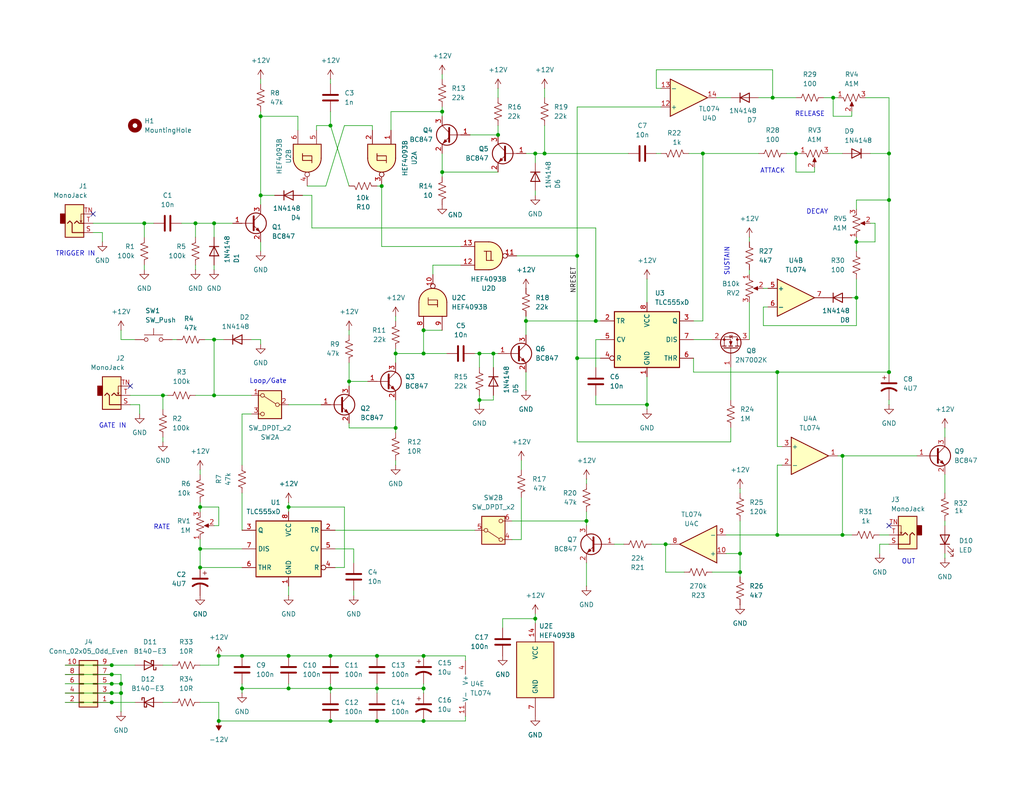
<source format=kicad_sch>
(kicad_sch (version 20250114) (generator "eeschema") (generator_version "9.0")
  (paper "USLetter")
  (title_block (title "ADSR EG") (date "2025-11-16") (rev "2.0") (company "idyllm") (comment 1 "CC BY-SA 4.0") (comment 3 "Yves Usson, Kausstronics, Jonathan Jacky") (comment 4 "References: Rene Schmitz, Moritz Klein, Eddy Bergman, "))
  (text "OUT" (at 247.904 153.416 0) (effects (font (size 1.27 1.27))))
  (text "Loop/Gate" (at 73.152 104.14 0) (effects (font (size 1.27 1.27))))
  (text "ATTACK" (at 210.82 46.736 0) (effects (font (size 1.27 1.27))))
  (text "GATE IN" (at 30.734 116.332 0) (effects (font (size 1.27 1.27))))
  (text "RELEASE" (at 220.98 31.242 0) (effects (font (size 1.27 1.27))))
  (text "RATE" (at 44.196 144.018 0) (effects (font (size 1.27 1.27))))
  (text "SUSTAIN" (at 198.374 71.374 90) (effects (font (size 1.27 1.27))))
  (text "TRIGGER IN" (at 20.574 69.342 0) (effects (font (size 1.27 1.27))))
  (text "DECAY" (at 223.012 57.912 0) (effects (font (size 1.27 1.27))))
  (junction (at 30.48 186.69))
  (junction (at 120.65 46.99))
  (junction (at 54.61 154.94))
  (junction (at 30.48 191.77))
  (junction (at 78.74 187.96))
  (junction (at 120.65 30.48))
  (junction (at 90.17 34.29))
  (junction (at 107.95 116.84))
  (junction (at 30.48 189.23))
  (junction (at 130.81 109.22))
  (junction (at 115.57 96.52))
  (junction (at 191.77 41.91))
  (junction (at 217.17 41.91))
  (junction (at 78.74 138.43))
  (junction (at 30.48 181.61))
  (junction (at 233.68 81.28))
  (junction (at 176.53 110.49))
  (junction (at 233.68 66.04))
  (junction (at 181.61 148.59))
  (junction (at 115.57 187.96))
  (junction (at 102.87 179.07))
  (junction (at 201.93 156.21))
  (junction (at 242.57 54.61))
  (junction (at 227.33 26.67))
  (junction (at 104.14 50.8))
  (junction (at 59.69 179.07))
  (junction (at 53.34 60.96))
  (junction (at 229.87 146.05))
  (junction (at 78.74 179.07))
  (junction (at 212.09 146.05))
  (junction (at 157.48 69.85))
  (junction (at 130.81 96.52))
  (junction (at 58.42 107.95))
  (junction (at 160.02 142.24))
  (junction (at 54.61 138.43))
  (junction (at 134.62 96.52))
  (junction (at 30.48 184.15))
  (junction (at 66.04 179.07))
  (junction (at 90.17 179.07))
  (junction (at 115.57 90.17))
  (junction (at 71.12 31.75))
  (junction (at 39.37 60.96))
  (junction (at 44.45 107.95))
  (junction (at 95.25 104.14))
  (junction (at 143.51 87.63))
  (junction (at 135.89 36.83))
  (junction (at 242.57 41.91))
  (junction (at 58.42 60.96))
  (junction (at 115.57 196.85))
  (junction (at 229.87 124.46))
  (junction (at 71.12 53.34))
  (junction (at 102.87 187.96))
  (junction (at 162.56 87.63))
  (junction (at 90.17 187.96))
  (junction (at 201.93 151.13))
  (junction (at 148.59 41.91))
  (junction (at 146.05 41.91))
  (junction (at 242.57 101.6))
  (junction (at 90.17 196.85))
  (junction (at 157.48 97.79))
  (junction (at 54.61 149.86))
  (junction (at 210.82 26.67))
  (junction (at 33.02 186.69))
  (junction (at 107.95 96.52))
  (junction (at 58.42 92.71))
  (junction (at 212.09 101.6))
  (junction (at 146.05 168.91))
  (junction (at 59.69 196.85))
  (junction (at 102.87 196.85))
  (junction (at 115.57 179.07))
  (junction (at 33.02 189.23))
  (junction (at 66.04 187.96))
  (no_connect (at 242.57 143.51))
  (no_connect (at 25.4 58.42))
  (no_connect (at 35.56 105.41))
  (wire (pts (xy 142.24 125.73) (xy 142.24 128.27)))
  (wire (pts (xy 204.47 82.55) (xy 204.47 92.71)))
  (wire (pts (xy 95.25 90.17) (xy 95.25 91.44)))
  (wire (pts (xy 35.56 107.95) (xy 44.45 107.95)))
  (wire (pts (xy 201.93 151.13) (xy 198.12 151.13)))
  (wire (pts (xy 233.68 68.58) (xy 233.68 66.04)))
  (wire (pts (xy 33.02 189.23) (xy 33.02 186.69)))
  (wire (pts (xy 71.12 66.04) (xy 71.12 68.58)))
  (wire (pts (xy 44.45 120.65) (xy 44.45 119.38)))
  (wire (pts (xy 59.69 181.61) (xy 54.61 181.61)))
  (wire (pts (xy 146.05 167.64) (xy 146.05 168.91)))
  (wire (pts (xy 71.12 92.71) (xy 71.12 93.98)))
  (wire (pts (xy 54.61 138.43) (xy 54.61 139.7)))
  (wire (pts (xy 238.76 60.96) (xy 238.76 66.04)))
  (wire (pts (xy 33.02 92.71) (xy 36.83 92.71)))
  (wire (pts (xy 242.57 41.91) (xy 242.57 54.61)))
  (wire (pts (xy 189.23 101.6) (xy 212.09 101.6)))
  (wire (pts (xy 148.59 41.91) (xy 171.45 41.91)))
  (wire (pts (xy 115.57 179.07) (xy 127 179.07)))
  (wire (pts (xy 44.45 107.95) (xy 45.72 107.95)))
  (wire (pts (xy 199.39 100.33) (xy 199.39 109.22)))
  (wire (pts (xy 201.93 156.21) (xy 194.31 156.21)))
  (wire (pts (xy 58.42 92.71) (xy 55.88 92.71)))
  (wire (pts (xy 95.25 50.8) (xy 90.17 34.29)))
  (wire (pts (xy 107.95 118.11) (xy 107.95 116.84)))
  (wire (pts (xy 160.02 160.02) (xy 160.02 153.67)))
  (wire (pts (xy 120.65 30.48) (xy 120.65 31.75)))
  (wire (pts (xy 27.94 66.04) (xy 27.94 63.5)))
  (wire (pts (xy 127 180.34) (xy 127 179.07)))
  (wire (pts (xy 207.01 26.67) (xy 210.82 26.67)))
  (wire (pts (xy 46.99 181.61) (xy 44.45 181.61)))
  (wire (pts (xy 134.62 96.52) (xy 135.89 96.52)))
  (wire (pts (xy 85.09 53.34) (xy 82.55 53.34)))
  (wire (pts (xy 101.6 35.56) (xy 101.6 34.29)))
  (wire (pts (xy 107.95 96.52) (xy 115.57 96.52)))
  (wire (pts (xy 93.98 34.29) (xy 88.9 50.8)))
  (wire (pts (xy 213.36 127) (xy 212.09 127)))
  (wire (pts (xy 191.77 41.91) (xy 207.01 41.91)))
  (wire (pts (xy 120.65 29.21) (xy 120.65 30.48)))
  (wire (pts (xy 120.65 20.32) (xy 120.65 21.59)))
  (wire (pts (xy 78.74 187.96) (xy 90.17 187.96)))
  (wire (pts (xy 217.17 46.99) (xy 217.17 41.91)))
  (wire (pts (xy 134.62 109.22) (xy 130.81 109.22)))
  (wire (pts (xy 210.82 26.67) (xy 210.82 19.05)))
  (wire (pts (xy 44.45 107.95) (xy 44.45 111.76)))
  (wire (pts (xy 90.17 187.96) (xy 90.17 189.23)))
  (wire (pts (xy 66.04 186.69) (xy 66.04 187.96)))
  (wire (pts (xy 102.87 186.69) (xy 102.87 187.96)))
  (wire (pts (xy 86.36 34.29) (xy 90.17 34.29)))
  (wire (pts (xy 187.96 41.91) (xy 191.77 41.91)))
  (wire (pts (xy 33.02 184.15) (xy 30.48 184.15)))
  (wire (pts (xy 95.25 99.06) (xy 95.25 104.14)))
  (wire (pts (xy 71.12 21.59) (xy 71.12 22.86)))
  (wire (pts (xy 204.47 64.77) (xy 204.47 66.04)))
  (wire (pts (xy 198.12 146.05) (xy 212.09 146.05)))
  (wire (pts (xy 189.23 87.63) (xy 191.77 87.63)))
  (wire (pts (xy 163.83 97.79) (xy 157.48 97.79)))
  (wire (pts (xy 157.48 69.85) (xy 157.48 97.79)))
  (wire (pts (xy 120.65 46.99) (xy 135.89 46.99)))
  (wire (pts (xy 17.78 191.77) (xy 30.48 191.77)))
  (wire (pts (xy 227.33 26.67) (xy 224.79 26.67)))
  (wire (pts (xy 104.14 50.8) (xy 104.14 67.31)))
  (wire (pts (xy 257.81 116.84) (xy 257.81 119.38)))
  (wire (pts (xy 135.89 24.13) (xy 135.89 26.67)))
  (wire (pts (xy 66.04 134.62) (xy 66.04 144.78)))
  (wire (pts (xy 143.51 87.63) (xy 162.56 87.63)))
  (wire (pts (xy 162.56 62.23) (xy 85.09 62.23)))
  (wire (pts (xy 78.74 186.69) (xy 78.74 187.96)))
  (wire (pts (xy 58.42 73.66) (xy 58.42 72.39)))
  (wire (pts (xy 59.69 191.77) (xy 59.69 196.85)))
  (wire (pts (xy 217.17 41.91) (xy 218.44 41.91)))
  (wire (pts (xy 102.87 179.07) (xy 115.57 179.07)))
  (wire (pts (xy 49.53 60.96) (xy 53.34 60.96)))
  (wire (pts (xy 90.17 187.96) (xy 102.87 187.96)))
  (wire (pts (xy 228.6 124.46) (xy 229.87 124.46)))
  (wire (pts (xy 232.41 81.28) (xy 233.68 81.28)))
  (wire (pts (xy 160.02 139.7) (xy 160.02 142.24)))
  (wire (pts (xy 90.17 186.69) (xy 90.17 187.96)))
  (wire (pts (xy 233.68 66.04) (xy 233.68 64.77)))
  (wire (pts (xy 54.61 128.27) (xy 54.61 129.54)))
  (wire (pts (xy 107.95 96.52) (xy 107.95 99.06)))
  (wire (pts (xy 58.42 92.71) (xy 58.42 107.95)))
  (wire (pts (xy 181.61 156.21) (xy 181.61 148.59)))
  (wire (pts (xy 233.68 54.61) (xy 233.68 57.15)))
  (wire (pts (xy 208.28 83.82) (xy 208.28 88.9)))
  (wire (pts (xy 130.81 96.52) (xy 130.81 100.33)))
  (wire (pts (xy 257.81 129.54) (xy 257.81 134.62)))
  (wire (pts (xy 250.19 124.46) (xy 229.87 124.46)))
  (wire (pts (xy 120.65 41.91) (xy 120.65 46.99)))
  (wire (pts (xy 240.03 146.05) (xy 242.57 146.05)))
  (wire (pts (xy 143.51 41.91) (xy 146.05 41.91)))
  (wire (pts (xy 91.44 154.94) (xy 93.98 154.94)))
  (wire (pts (xy 257.81 151.13) (xy 257.81 152.4)))
  (wire (pts (xy 143.51 106.68) (xy 143.51 101.6)))
  (wire (pts (xy 212.09 101.6) (xy 212.09 121.92)))
  (wire (pts (xy 39.37 60.96) (xy 41.91 60.96)))
  (wire (pts (xy 228.6 26.67) (xy 227.33 26.67)))
  (wire (pts (xy 134.62 96.52) (xy 134.62 100.33)))
  (wire (pts (xy 53.34 60.96) (xy 53.34 64.77)))
  (wire (pts (xy 142.24 147.32) (xy 139.7 147.32)))
  (wire (pts (xy 179.07 19.05) (xy 179.07 24.13)))
  (wire (pts (xy 146.05 168.91) (xy 137.16 168.91)))
  (wire (pts (xy 17.78 184.15) (xy 30.48 184.15)))
  (wire (pts (xy 201.93 151.13) (xy 201.93 156.21)))
  (wire (pts (xy 81.28 31.75) (xy 71.12 31.75)))
  (wire (pts (xy 53.34 73.66) (xy 53.34 72.39)))
  (wire (pts (xy 90.17 179.07) (xy 102.87 179.07)))
  (wire (pts (xy 78.74 138.43) (xy 78.74 139.7)))
  (wire (pts (xy 17.78 181.61) (xy 30.48 181.61)))
  (wire (pts (xy 66.04 127) (xy 66.04 113.03)))
  (wire (pts (xy 226.06 41.91) (xy 229.87 41.91)))
  (wire (pts (xy 54.61 191.77) (xy 59.69 191.77)))
  (wire (pts (xy 102.87 187.96) (xy 115.57 187.96)))
  (wire (pts (xy 210.82 26.67) (xy 217.17 26.67)))
  (wire (pts (xy 189.23 92.71) (xy 194.31 92.71)))
  (wire (pts (xy 95.25 115.57) (xy 95.25 116.84)))
  (wire (pts (xy 90.17 196.85) (xy 102.87 196.85)))
  (wire (pts (xy 232.41 30.48) (xy 232.41 31.75)))
  (wire (pts (xy 137.16 168.91) (xy 137.16 171.45)))
  (wire (pts (xy 160.02 130.81) (xy 160.02 132.08)))
  (wire (pts (xy 118.11 72.39) (xy 125.73 72.39)))
  (wire (pts (xy 86.36 35.56) (xy 86.36 34.29)))
  (wire (pts (xy 107.95 127) (xy 107.95 125.73)))
  (wire (pts (xy 208.28 88.9) (xy 233.68 88.9)))
  (wire (pts (xy 143.51 86.36) (xy 143.51 87.63)))
  (wire (pts (xy 91.44 144.78) (xy 129.54 144.78)))
  (wire (pts (xy 58.42 143.51) (xy 59.69 143.51)))
  (wire (pts (xy 107.95 109.22) (xy 107.95 116.84)))
  (wire (pts (xy 78.74 137.16) (xy 78.74 138.43)))
  (wire (pts (xy 179.07 24.13) (xy 180.34 24.13)))
  (wire (pts (xy 30.48 191.77) (xy 36.83 191.77)))
  (wire (pts (xy 88.9 50.8) (xy 83.82 50.8)))
  (wire (pts (xy 102.87 196.85) (xy 115.57 196.85)))
  (wire (pts (xy 17.78 189.23) (xy 30.48 189.23)))
  (wire (pts (xy 38.1 110.49) (xy 35.56 110.49)))
  (wire (pts (xy 90.17 21.59) (xy 90.17 22.86)))
  (wire (pts (xy 176.53 76.2) (xy 176.53 82.55)))
  (wire (pts (xy 232.41 146.05) (xy 229.87 146.05)))
  (wire (pts (xy 59.69 138.43) (xy 54.61 138.43)))
  (wire (pts (xy 93.98 154.94) (xy 93.98 138.43)))
  (wire (pts (xy 33.02 186.69) (xy 33.02 184.15)))
  (wire (pts (xy 195.58 26.67) (xy 199.39 26.67)))
  (wire (pts (xy 186.69 156.21) (xy 181.61 156.21)))
  (wire (pts (xy 212.09 101.6) (xy 242.57 101.6)))
  (wire (pts (xy 115.57 196.85) (xy 127 196.85)))
  (wire (pts (xy 242.57 109.22) (xy 242.57 110.49)))
  (wire (pts (xy 130.81 107.95) (xy 130.81 109.22)))
  (wire (pts (xy 227.33 31.75) (xy 227.33 26.67)))
  (wire (pts (xy 212.09 146.05) (xy 229.87 146.05)))
  (wire (pts (xy 96.52 149.86) (xy 91.44 149.86)))
  (wire (pts (xy 222.25 45.72) (xy 222.25 46.99)))
  (wire (pts (xy 33.02 194.31) (xy 33.02 189.23)))
  (wire (pts (xy 237.49 41.91) (xy 242.57 41.91)))
  (wire (pts (xy 66.04 154.94) (xy 54.61 154.94)))
  (wire (pts (xy 162.56 87.63) (xy 162.56 62.23)))
  (wire (pts (xy 95.25 104.14) (xy 95.25 105.41)))
  (wire (pts (xy 160.02 142.24) (xy 160.02 143.51)))
  (wire (pts (xy 54.61 147.32) (xy 54.61 149.86)))
  (wire (pts (xy 130.81 96.52) (xy 134.62 96.52)))
  (wire (pts (xy 157.48 29.21) (xy 180.34 29.21)))
  (wire (pts (xy 101.6 34.29) (xy 93.98 34.29)))
  (wire (pts (xy 66.04 179.07) (xy 78.74 179.07)))
  (wire (pts (xy 142.24 135.89) (xy 142.24 147.32)))
  (wire (pts (xy 39.37 73.66) (xy 39.37 72.39)))
  (wire (pts (xy 30.48 186.69) (xy 33.02 186.69)))
  (wire (pts (xy 199.39 120.65) (xy 199.39 116.84)))
  (wire (pts (xy 66.04 187.96) (xy 66.04 189.23)))
  (wire (pts (xy 58.42 107.95) (xy 68.58 107.95)))
  (wire (pts (xy 162.56 92.71) (xy 163.83 92.71)))
  (wire (pts (xy 30.48 189.23) (xy 33.02 189.23)))
  (wire (pts (xy 157.48 120.65) (xy 199.39 120.65)))
  (wire (pts (xy 36.83 181.61) (xy 30.48 181.61)))
  (wire (pts (xy 201.93 133.35) (xy 201.93 134.62)))
  (wire (pts (xy 95.25 116.84) (xy 107.95 116.84)))
  (wire (pts (xy 66.04 113.03) (xy 68.58 113.03)))
  (wire (pts (xy 17.78 186.69) (xy 30.48 186.69)))
  (wire (pts (xy 148.59 34.29) (xy 148.59 41.91)))
  (wire (pts (xy 93.98 138.43) (xy 78.74 138.43)))
  (wire (pts (xy 39.37 60.96) (xy 39.37 64.77)))
  (wire (pts (xy 162.56 107.95) (xy 162.56 110.49)))
  (wire (pts (xy 33.02 90.17) (xy 33.02 92.71)))
  (wire (pts (xy 54.61 154.94) (xy 54.61 149.86)))
  (wire (pts (xy 53.34 60.96) (xy 58.42 60.96)))
  (wire (pts (xy 59.69 179.07) (xy 66.04 179.07)))
  (wire (pts (xy 118.11 74.93) (xy 118.11 72.39)))
  (wire (pts (xy 68.58 92.71) (xy 71.12 92.71)))
  (wire (pts (xy 59.69 143.51) (xy 59.69 138.43)))
  (wire (pts (xy 143.51 87.63) (xy 143.51 91.44)))
  (wire (pts (xy 54.61 137.16) (xy 54.61 138.43)))
  (wire (pts (xy 233.68 88.9) (xy 233.68 81.28)))
  (wire (pts (xy 115.57 187.96) (xy 115.57 189.23)))
  (wire (pts (xy 44.45 191.77) (xy 46.99 191.77)))
  (wire (pts (xy 130.81 96.52) (xy 129.54 96.52)))
  (wire (pts (xy 106.68 30.48) (xy 106.68 35.56)))
  (wire (pts (xy 58.42 60.96) (xy 58.42 64.77)))
  (wire (pts (xy 115.57 96.52) (xy 121.92 96.52)))
  (wire (pts (xy 102.87 50.8) (xy 104.14 50.8)))
  (wire (pts (xy 102.87 187.96) (xy 102.87 189.23)))
  (wire (pts (xy 71.12 30.48) (xy 71.12 31.75)))
  (wire (pts (xy 170.18 148.59) (xy 167.64 148.59)))
  (wire (pts (xy 85.09 62.23) (xy 85.09 53.34)))
  (wire (pts (xy 146.05 52.07) (xy 146.05 53.34)))
  (wire (pts (xy 78.74 160.02) (xy 78.74 162.56)))
  (wire (pts (xy 71.12 31.75) (xy 71.12 53.34)))
  (wire (pts (xy 242.57 26.67) (xy 242.57 41.91)))
  (wire (pts (xy 237.49 60.96) (xy 238.76 60.96)))
  (wire (pts (xy 212.09 127) (xy 212.09 146.05)))
  (wire (pts (xy 128.27 36.83) (xy 135.89 36.83)))
  (wire (pts (xy 257.81 143.51) (xy 257.81 142.24)))
  (wire (pts (xy 127 195.58) (xy 127 196.85)))
  (wire (pts (xy 214.63 41.91) (xy 217.17 41.91)))
  (wire (pts (xy 176.53 110.49) (xy 176.53 111.76)))
  (wire (pts (xy 162.56 87.63) (xy 163.83 87.63)))
  (wire (pts (xy 179.07 41.91) (xy 180.34 41.91)))
  (wire (pts (xy 120.65 46.99) (xy 120.65 48.26)))
  (wire (pts (xy 181.61 148.59) (xy 182.88 148.59)))
  (wire (pts (xy 54.61 149.86) (xy 66.04 149.86)))
  (wire (pts (xy 115.57 90.17) (xy 120.65 90.17)))
  (wire (pts (xy 209.55 83.82) (xy 208.28 83.82)))
  (wire (pts (xy 189.23 101.6) (xy 189.23 97.79)))
  (wire (pts (xy 242.57 54.61) (xy 242.57 101.6)))
  (wire (pts (xy 78.74 179.07) (xy 90.17 179.07)))
  (wire (pts (xy 157.48 29.21) (xy 157.48 69.85)))
  (wire (pts (xy 162.56 100.33) (xy 162.56 92.71)))
  (wire (pts (xy 81.28 31.75) (xy 81.28 35.56)))
  (wire (pts (xy 95.25 104.14) (xy 100.33 104.14)))
  (wire (pts (xy 232.41 31.75) (xy 227.33 31.75)))
  (wire (pts (xy 134.62 107.95) (xy 134.62 109.22)))
  (wire (pts (xy 201.93 142.24) (xy 201.93 151.13)))
  (wire (pts (xy 66.04 187.96) (xy 78.74 187.96)))
  (wire (pts (xy 106.68 30.48) (xy 120.65 30.48)))
  (wire (pts (xy 146.05 41.91) (xy 146.05 44.45)))
  (wire (pts (xy 104.14 67.31) (xy 125.73 67.31)))
  (wire (pts (xy 148.59 24.13) (xy 148.59 26.67)))
  (wire (pts (xy 213.36 121.92) (xy 212.09 121.92)))
  (wire (pts (xy 38.1 113.03) (xy 38.1 110.49)))
  (wire (pts (xy 25.4 60.96) (xy 39.37 60.96)))
  (wire (pts (xy 204.47 73.66) (xy 204.47 74.93)))
  (wire (pts (xy 233.68 76.2) (xy 233.68 81.28)))
  (wire (pts (xy 229.87 146.05) (xy 229.87 124.46)))
  (wire (pts (xy 48.26 92.71) (xy 46.99 92.71)))
  (wire (pts (xy 107.95 95.25) (xy 107.95 96.52)))
  (wire (pts (xy 236.22 26.67) (xy 242.57 26.67)))
  (wire (pts (xy 181.61 148.59) (xy 177.8 148.59)))
  (wire (pts (xy 58.42 92.71) (xy 60.96 92.71)))
  (wire (pts (xy 162.56 110.49) (xy 176.53 110.49)))
  (wire (pts (xy 140.97 69.85) (xy 157.48 69.85)))
  (wire (pts (xy 157.48 97.79) (xy 157.48 120.65)))
  (wire (pts (xy 107.95 86.36) (xy 107.95 87.63)))
  (wire (pts (xy 71.12 53.34) (xy 71.12 55.88)))
  (wire (pts (xy 59.69 196.85) (xy 90.17 196.85)))
  (wire (pts (xy 58.42 60.96) (xy 63.5 60.96)))
  (wire (pts (xy 146.05 41.91) (xy 148.59 41.91)))
  (wire (pts (xy 90.17 30.48) (xy 90.17 34.29)))
  (wire (pts (xy 139.7 142.24) (xy 160.02 142.24)))
  (wire (pts (xy 59.69 179.07) (xy 59.69 181.61)))
  (wire (pts (xy 191.77 41.91) (xy 191.77 87.63)))
  (wire (pts (xy 201.93 156.21) (xy 201.93 157.48)))
  (wire (pts (xy 222.25 46.99) (xy 217.17 46.99)))
  (wire (pts (xy 96.52 153.67) (xy 96.52 149.86)))
  (wire (pts (xy 115.57 186.69) (xy 115.57 187.96)))
  (wire (pts (xy 96.52 161.29) (xy 96.52 162.56)))
  (wire (pts (xy 210.82 19.05) (xy 179.07 19.05)))
  (wire (pts (xy 53.34 107.95) (xy 58.42 107.95)))
  (wire (pts (xy 233.68 54.61) (xy 242.57 54.61)))
  (wire (pts (xy 240.03 148.59) (xy 242.57 148.59)))
  (wire (pts (xy 78.74 110.49) (xy 87.63 110.49)))
  (wire (pts (xy 176.53 102.87) (xy 176.53 110.49)))
  (wire (pts (xy 146.05 168.91) (xy 146.05 170.18)))
  (wire (pts (xy 115.57 90.17) (xy 115.57 96.52)))
  (wire (pts (xy 71.12 53.34) (xy 74.93 53.34)))
  (wire (pts (xy 27.94 63.5) (xy 25.4 63.5)))
  (wire (pts (xy 240.03 151.13) (xy 240.03 148.59)))
  (wire (pts (xy 238.76 66.04) (xy 233.68 66.04)))
  (wire (pts (xy 208.28 78.74) (xy 209.55 78.74)))
  (wire (pts (xy 135.89 34.29) (xy 135.89 36.83)))
  (wire (pts (xy 130.81 109.22) (xy 130.81 110.49)))
  (label "NRESET" (at 157.48 80.01 90))
  (symbol (lib_id "Device:R_US") (at 49.53 107.95 90) (unit 1)
    (property "Reference" "R3" (at 49.53 101.6 90))
    (property "Value" "100k" (at 49.53 104.14 90))
    (property "Footprint" "Resistor_SMD:R_0805_2012Metric_Pad1.20x1.40mm_HandSolder" (effects (hide yes)))
    (property "Description" "Resistor, US symbol" (effects (hide yes)))
  )
  (symbol (lib_id "Device:R_US") (at 53.34 68.58 0) (mirror x) (unit 1)
    (property "Reference" "R5" (at 50.8 67.3099 0) (effects (justify right)))
    (property "Value" "100k" (at 50.8 69.8499 0) (effects (justify right)))
    (property "Footprint" "Resistor_SMD:R_0805_2012Metric_Pad1.20x1.40mm_HandSolder" (effects (hide yes)))
    (property "Description" "Resistor, US symbol" (effects (hide yes)))
  )
  (symbol (lib_id "Device:R_Potentiometer_US") (at 204.47 78.74 0) (unit 1)
    (property "Reference" "RV2" (at 201.93 80.0101 0) (effects (justify right)))
    (property "Value" "B10k" (at 201.93 77.4701 0) (effects (justify right)))
    (property "Footprint" "Potentiometer_THT:Potentiometer_Bourns_PTV09A-1_Single_Vertical" (effects (hide yes)))
    (property "Description" "Potentiometer, US symbol" (effects (hide yes)))
  )
  (symbol (lib_id "power:GND") (at 71.12 68.58 0) (unit 1)
    (property "Reference" "#PWR011" (effects (hide yes)))
    (property "Value" "GND" (at 71.12 73.66 0))
    (property "Description" "Power symbol creates a global label with name \"GND\" , ground" (effects (hide yes)))
  )
  (symbol (lib_id "Device:R_US") (at 201.93 161.29 180) (unit 1)
    (property "Reference" "R26" (at 204.47 160.0199 0) (effects (justify right)))
    (property "Value" "4k7" (at 204.47 162.5599 0) (effects (justify right)))
    (property "Footprint" "Resistor_SMD:R_0805_2012Metric_Pad1.20x1.40mm_HandSolder" (effects (hide yes)))
    (property "Description" "Resistor, US symbol" (effects (hide yes)))
  )
  (symbol (lib_id "Timer:TLC555xD") (at 176.53 92.71 0) (unit 1)
    (property "Reference" "U3" (at 178.6733 80.01 0) (effects (justify left)))
    (property "Value" "TLC555xD" (at 178.6733 82.55 0) (effects (justify left)))
    (property "Footprint" "Package_SO:SOIC-8_3.9x4.9mm_P1.27mm" (effects (hide yes)))
    (property "Datasheet" "http://www.ti.com/lit/ds/symlink/tlc555.pdf" (effects (hide yes)))
    (property "Description" "Single LinCMOS Timer, 555 compatible, SOIC-8" (effects (hide yes)))
  )
  (symbol (lib_id "power:+12V") (at 71.12 21.59 0) (mirror y) (unit 1)
    (property "Reference" "#PWR010" (effects (hide yes)))
    (property "Value" "+12V" (at 71.12 16.51 0))
    (property "Description" "Power symbol creates a global label with name \"+12V\"" (effects (hide yes)))
  )
  (symbol (lib_id "power:GND") (at 242.57 110.49 0) (unit 1)
    (property "Reference" "#PWR037" (effects (hide yes)))
    (property "Value" "GND" (at 242.57 115.57 0))
    (property "Description" "Power symbol creates a global label with name \"GND\" , ground" (effects (hide yes)))
  )
  (symbol (lib_id "Device:C") (at 96.52 157.48 180) (unit 1)
    (property "Reference" "C4" (at 100.33 156.2099 0) (effects (justify right)))
    (property "Value" "10n" (at 100.33 158.7499 0) (effects (justify right)))
    (property "Footprint" "Capacitor_SMD:C_0805_2012Metric_Pad1.18x1.45mm_HandSolder" (effects (hide yes)))
    (property "Description" "Unpolarized capacitor" (effects (hide yes)))
  )
  (symbol (lib_id "power:GND") (at 146.05 195.58 0) (unit 1)
    (property "Reference" "#PWR046" (effects (hide yes)))
    (property "Value" "GND" (at 146.05 200.66 0))
    (property "Description" "Power symbol creates a global label with name \"GND\" , ground" (effects (hide yes)))
  )
  (symbol (lib_id "Timer:TLC555xD") (at 78.74 149.86 0) (mirror y) (unit 1)
    (property "Reference" "U1" (at 76.5967 137.16 0) (effects (justify left)))
    (property "Value" "TLC555xD" (at 76.5967 139.7 0) (effects (justify left)))
    (property "Footprint" "Package_SO:SOIC-8_3.9x4.9mm_P1.27mm" (effects (hide yes)))
    (property "Datasheet" "http://www.ti.com/lit/ds/symlink/tlc555.pdf" (effects (hide yes)))
    (property "Description" "Single LinCMOS Timer, 555 compatible, SOIC-8" (effects (hide yes)))
  )
  (symbol (lib_id "Transistor_FET:2N7002K") (at 199.39 95.25 270) (mirror x) (unit 1)
    (property "Reference" "Q8" (at 204.978 95.758 90))
    (property "Value" "2N7002K" (at 204.978 98.298 90))
    (property "Footprint" "Package_TO_SOT_SMD:SOT-23" (effects (hide yes)))
    (property "Datasheet" "https://www.diodes.com/assets/Datasheets/ds30896.pdf" (effects (hide yes)))
    (property "Description" "0.38A Id, 60V Vds, N-Channel MOSFET, SOT-23" (effects (hide yes)))
  )
  (symbol (lib_id "power:GND") (at 33.02 194.31 0) (unit 1)
    (property "Reference" "#PWR040" (effects (hide yes)))
    (property "Value" "GND" (at 33.02 199.39 0))
    (property "Description" "Power symbol creates a global label with name \"GND\" , ground" (effects (hide yes)))
  )
  (symbol (lib_id "Diode:1N4148") (at 134.62 104.14 270) (unit 1)
    (property "Reference" "D5" (at 140.716 107.442 0) (effects (justify right)))
    (property "Value" "1N4148" (at 138.176 107.442 0) (effects (justify right)))
    (property "Footprint" "Diode_SMD:D_SOD-123" (effects (hide yes)))
    (property "Datasheet" "https://assets.nexperia.com/documents/data-sheet/1N4148_1N4448.pdf" (effects (hide yes)))
    (property "Description" "100V 0.15A standard switching diode, DO-35" (effects (hide yes)))
    (property "Sim.Device" "D" (effects (hide yes)))
    (property "Sim.Pins" "1=K 2=A" (effects (hide yes)))
  )
  (symbol (lib_id "power:GND") (at 27.94 66.04 0) (unit 1)
    (property "Reference" "#PWR01" (effects (hide yes)))
    (property "Value" "GND" (at 27.94 71.12 0))
    (property "Description" "Power symbol creates a global label with name \"GND\" , ground" (effects (hide yes)))
  )
  (symbol (lib_id "Device:R_US") (at 184.15 41.91 90) (mirror x) (unit 1)
    (property "Reference" "R22" (at 185.928 36.322 90) (effects (justify left)))
    (property "Value" "1k" (at 185.928 38.862 90) (effects (justify left)))
    (property "Footprint" "Resistor_SMD:R_0805_2012Metric_Pad1.20x1.40mm_HandSolder" (effects (hide yes)))
    (property "Description" "Resistor, US symbol" (effects (hide yes)))
  )
  (symbol (lib_id "Transistor_BJT:BC847") (at 105.41 104.14 0) (unit 1)
    (property "Reference" "Q3" (at 110.49 102.8699 0) (effects (justify left)))
    (property "Value" "BC847" (at 110.49 105.4099 0) (effects (justify left)))
    (property "Footprint" "Package_TO_SOT_SMD:SOT-23" (effects (hide yes)))
    (property "Datasheet" "http://www.infineon.com/dgdl/Infineon-BC847SERIES_BC848SERIES_BC849SERIES_BC850SERIES-DS-v01_01-en.pdf?fileId=db3a304314dca389011541d4630a1657" (effects (hide yes)))
    (property "Description" "0.1A Ic, 45V Vce, NPN Transistor, SOT-23" (effects (hide yes)))
  )
  (symbol (lib_id "Device:C") (at 90.17 26.67 180) (unit 1)
    (property "Reference" "C3" (at 93.98 25.3999 0) (effects (justify right)))
    (property "Value" "1n" (at 93.98 27.9399 0) (effects (justify right)))
    (property "Footprint" "Capacitor_SMD:C_0805_2012Metric_Pad1.18x1.45mm_HandSolder" (effects (hide yes)))
    (property "Description" "Unpolarized capacitor" (effects (hide yes)))
  )
  (symbol (lib_id "Device:R_US") (at 107.95 91.44 0) (mirror y) (unit 1)
    (property "Reference" "R11" (at 105.41 90.1699 0) (effects (justify left)))
    (property "Value" "22k" (at 105.41 92.7099 0) (effects (justify left)))
    (property "Footprint" "Resistor_SMD:R_0805_2012Metric_Pad1.20x1.40mm_HandSolder" (effects (hide yes)))
    (property "Description" "Resistor, US symbol" (effects (hide yes)))
  )
  (symbol (lib_id "power:+12V") (at 148.59 24.13 0) (unit 1)
    (property "Reference" "#PWR028" (effects (hide yes)))
    (property "Value" "+12V" (at 148.59 19.05 0))
    (property "Description" "Power symbol creates a global label with name \"+12V\"" (effects (hide yes)))
  )
  (symbol (lib_id "power:+12V") (at 160.02 130.81 0) (mirror y) (unit 1)
    (property "Reference" "#PWR029" (effects (hide yes)))
    (property "Value" "+12V" (at 160.02 125.73 0))
    (property "Description" "Power symbol creates a global label with name \"+12V\"" (effects (hide yes)))
  )
  (symbol (lib_id "4xxx:HEF4093B") (at 104.14 43.18 270) (unit 1)
    (property "Reference" "U2" (at 113.03 43.1717 0))
    (property "Value" "HEF4093B" (at 110.49 43.1717 0))
    (property "Footprint" "Package_SO:SOIC-14_3.9x8.7mm_P1.27mm" (effects (hide yes)))
    (property "Datasheet" "https://assets.nexperia.com/documents/data-sheet/HEF4093B.pdf" (effects (hide yes)))
    (property "Description" "Quad 2-Input NAND Schmitt Trigger, SOIC-14" (effects (hide yes)))
  )
  (symbol (lib_id "Amplifier_Operational:TL074") (at 217.17 81.28 0) (unit 2)
    (property "Reference" "U4" (at 217.17 71.12 0))
    (property "Value" "TL074" (at 217.17 73.66 0))
    (property "Footprint" "Package_SO:SOIC-14_3.9x8.7mm_P1.27mm" (effects (hide yes)))
    (property "Datasheet" "http://www.ti.com/lit/ds/symlink/tl071.pdf" (effects (hide yes)))
    (property "Description" "Quad Low-Noise JFET-Input Operational Amplifiers, DIP-14/SOIC-14" (effects (hide yes)))
  )
  (symbol (lib_id "power:+12V") (at 143.51 78.74 0) (unit 1)
    (property "Reference" "#PWR025" (effects (hide yes)))
    (property "Value" "+12V" (at 143.51 73.66 0))
    (property "Description" "Power symbol creates a global label with name \"+12V\"" (effects (hide yes)))
  )
  (symbol (lib_id "Transistor_BJT:BC847") (at 140.97 96.52 0) (unit 1)
    (property "Reference" "Q6" (at 146.05 95.2499 0) (effects (justify left)))
    (property "Value" "BC847" (at 146.05 97.7899 0) (effects (justify left)))
    (property "Footprint" "Package_TO_SOT_SMD:SOT-23" (effects (hide yes)))
    (property "Datasheet" "http://www.infineon.com/dgdl/Infineon-BC847SERIES_BC848SERIES_BC849SERIES_BC850SERIES-DS-v01_01-en.pdf?fileId=db3a304314dca389011541d4630a1657" (effects (hide yes)))
    (property "Description" "0.1A Ic, 45V Vce, NPN Transistor, SOT-23" (effects (hide yes)))
  )
  (symbol (lib_id "Diode:1N4148") (at 58.42 68.58 270) (unit 1)
    (property "Reference" "D1" (at 64.516 71.882 0) (effects (justify right)))
    (property "Value" "1N4148" (at 61.976 71.882 0) (effects (justify right)))
    (property "Footprint" "Diode_SMD:D_SOD-123" (effects (hide yes)))
    (property "Datasheet" "https://assets.nexperia.com/documents/data-sheet/1N4148_1N4448.pdf" (effects (hide yes)))
    (property "Description" "100V 0.15A standard switching diode, DO-35" (effects (hide yes)))
    (property "Sim.Device" "D" (effects (hide yes)))
    (property "Sim.Pins" "1=K 2=A" (effects (hide yes)))
  )
  (symbol (lib_id "Device:R_Potentiometer_US") (at 233.68 60.96 0) (mirror x) (unit 1)
    (property "Reference" "RV5" (at 231.14 59.6899 0) (effects (justify right)))
    (property "Value" "A1M" (at 231.14 62.2299 0) (effects (justify right)))
    (property "Footprint" "Potentiometer_THT:Potentiometer_Bourns_PTV09A-1_Single_Vertical" (effects (hide yes)))
    (property "Description" "Potentiometer, US symbol" (effects (hide yes)))
  )
  (symbol (lib_id "Connector_Generic:Conn_02x05_Odd_Even") (at 25.4 186.69 180) (unit 1)
    (property "Reference" "J4" (at 24.13 175.26 0))
    (property "Value" "Conn_02x05_Odd_Even" (at 24.13 177.8 0))
    (property "Footprint" "Connector_IDC:IDC-Header_2x05_P2.54mm_Vertical" (effects (hide yes)))
    (property "Description" "Generic connector, double row, 02x05, odd/even pin numbering scheme (row 1 odd numbers, row 2 even numbers), script generated (kicad-library-utils/schlib/autogen/connector/)" (effects (hide yes)))
  )
  (symbol (lib_id "Device:C_Polarized_US") (at 115.57 193.04 0) (unit 1)
    (property "Reference" "C16" (at 119.38 191.1349 0) (effects (justify left)))
    (property "Value" "10u" (at 119.38 193.6749 0) (effects (justify left)))
    (property "Footprint" "Capacitor_THT:CP_Radial_D5.0mm_P2.50mm" (effects (hide yes)))
    (property "Description" "Polarized capacitor, US symbol" (effects (hide yes)))
  )
  (symbol (lib_id "Switch:SW_DPDT_x2") (at 73.66 110.49 0) (mirror y) (unit 1)
    (property "Reference" "SW2" (at 73.66 119.38 0))
    (property "Value" "SW_DPDT_x2" (at 73.66 116.84 0))
    (property "Footprint" "Switches:SW_Dailywell_DPDT_2MD1T1B1M1" (effects (hide yes)))
    (property "Description" "Switch, dual pole double throw, separate symbols" (effects (hide yes)))
  )
  (symbol (lib_id "power:+12V") (at 135.89 24.13 0) (unit 1)
    (property "Reference" "#PWR023" (effects (hide yes)))
    (property "Value" "+12V" (at 135.89 19.05 0))
    (property "Description" "Power symbol creates a global label with name \"+12V\"" (effects (hide yes)))
  )
  (symbol (lib_id "Device:C") (at 137.16 175.26 0) (mirror x) (unit 1)
    (property "Reference" "C17" (at 133.35 173.9899 0) (effects (justify right)))
    (property "Value" "100n" (at 133.35 176.5299 0) (effects (justify right)))
    (property "Footprint" "Capacitor_SMD:C_0805_2012Metric_Pad1.18x1.45mm_HandSolder" (effects (hide yes)))
    (property "Description" "Unpolarized capacitor" (effects (hide yes)))
  )
  (symbol (lib_id "Transistor_BJT:BC847") (at 138.43 41.91 0) (mirror y) (unit 1)
    (property "Reference" "Q5" (at 133.35 40.6399 0) (effects (justify left)))
    (property "Value" "BC847" (at 133.35 43.1799 0) (effects (justify left)))
    (property "Footprint" "Package_TO_SOT_SMD:SOT-23" (effects (hide yes)))
    (property "Datasheet" "http://www.infineon.com/dgdl/Infineon-BC847SERIES_BC848SERIES_BC849SERIES_BC850SERIES-DS-v01_01-en.pdf?fileId=db3a304314dca389011541d4630a1657" (effects (hide yes)))
    (property "Description" "0.1A Ic, 45V Vce, NPN Transistor, SOT-23" (effects (hide yes)))
  )
  (symbol (lib_id "Device:C") (at 78.74 182.88 180) (unit 1)
    (property "Reference" "C10" (at 82.55 181.6099 0) (effects (justify right)))
    (property "Value" "100n" (at 82.55 184.1499 0) (effects (justify right)))
    (property "Footprint" "Capacitor_SMD:C_0805_2012Metric_Pad1.18x1.45mm_HandSolder" (effects (hide yes)))
    (property "Description" "Unpolarized capacitor" (effects (hide yes)))
  )
  (symbol (lib_id "power:GND") (at 58.42 73.66 0) (unit 1)
    (property "Reference" "#PWR09" (effects (hide yes)))
    (property "Value" "GND" (at 58.42 78.74 0))
    (property "Description" "Power symbol creates a global label with name \"GND\" , ground" (effects (hide yes)))
  )
  (symbol (lib_id "power:+12V") (at 146.05 167.64 0) (unit 1)
    (property "Reference" "#PWR045" (effects (hide yes)))
    (property "Value" "+12V" (at 146.05 162.56 0))
    (property "Description" "Power symbol creates a global label with name \"+12V\"" (effects (hide yes)))
  )
  (symbol (lib_id "power:+12V") (at 204.47 64.77 0) (unit 1)
    (property "Reference" "#PWR035" (effects (hide yes)))
    (property "Value" "+12V" (at 204.47 59.69 0))
    (property "Description" "Power symbol creates a global label with name \"+12V\"" (effects (hide yes)))
  )
  (symbol (lib_id "power:GND") (at 257.81 152.4 0) (unit 1)
    (property "Reference" "#PWR039" (effects (hide yes)))
    (property "Value" "GND" (at 257.81 157.48 0))
    (property "Description" "Power symbol creates a global label with name \"GND\" , ground" (effects (hide yes)))
  )
  (symbol (lib_id "power:+12V") (at 142.24 125.73 0) (mirror y) (unit 1)
    (property "Reference" "#PWR024" (effects (hide yes)))
    (property "Value" "+12V" (at 142.24 120.65 0))
    (property "Description" "Power symbol creates a global label with name \"+12V\"" (effects (hide yes)))
  )
  (symbol (lib_id "power:-12V") (at 59.69 196.85 180) (unit 1)
    (property "Reference" "#PWR042" (effects (hide yes)))
    (property "Value" "-12V" (at 59.69 201.93 0))
    (property "Description" "Power symbol creates a global label with name \"-12V\"" (effects (hide yes)))
  )
  (symbol (lib_id "Switch:SW_DPDT_x2") (at 134.62 144.78 0) (mirror x) (unit 2)
    (property "Reference" "SW2" (at 134.62 135.89 0))
    (property "Value" "SW_DPDT_x2" (at 134.62 138.43 0))
    (property "Footprint" "Switches:SW_Dailywell_DPDT_2MD1T1B1M1" (effects (hide yes)))
    (property "Description" "Switch, dual pole double throw, separate symbols" (effects (hide yes)))
  )
  (symbol (lib_id "power:GND") (at 66.04 189.23 0) (unit 1)
    (property "Reference" "#PWR043" (effects (hide yes)))
    (property "Value" "GND" (at 66.04 194.31 0))
    (property "Description" "Power symbol creates a global label with name \"GND\" , ground" (effects (hide yes)))
  )
  (symbol (lib_id "Device:R_US") (at 130.81 104.14 0) (unit 1)
    (property "Reference" "R15" (at 125.73 102.87 0))
    (property "Value" "22k" (at 125.73 105.41 0))
    (property "Footprint" "Resistor_SMD:R_0805_2012Metric_Pad1.20x1.40mm_HandSolder" (effects (hide yes)))
    (property "Description" "Resistor, US symbol" (effects (hide yes)))
  )
  (symbol (lib_id "power:GND") (at 38.1 113.03 0) (unit 1)
    (property "Reference" "#PWR03" (effects (hide yes)))
    (property "Value" "GND" (at 38.1 118.11 0))
    (property "Description" "Power symbol creates a global label with name \"GND\" , ground" (effects (hide yes)))
  )
  (symbol (lib_id "power:GND") (at 44.45 120.65 0) (unit 1)
    (property "Reference" "#PWR05" (effects (hide yes)))
    (property "Value" "GND" (at 44.45 125.73 0))
    (property "Description" "Power symbol creates a global label with name \"GND\" , ground" (effects (hide yes)))
  )
  (symbol (lib_id "power:GND") (at 143.51 106.68 0) (unit 1)
    (property "Reference" "#PWR026" (effects (hide yes)))
    (property "Value" "GND" (at 143.51 111.76 0))
    (property "Description" "Power symbol creates a global label with name \"GND\" , ground" (effects (hide yes)))
  )
  (symbol (lib_id "power:+12V") (at 54.61 128.27 0) (mirror y) (unit 1)
    (property "Reference" "#PWR07" (effects (hide yes)))
    (property "Value" "+12V" (at 54.61 123.19 0))
    (property "Description" "Power symbol creates a global label with name \"+12V\"" (effects (hide yes)))
  )
  (symbol (lib_id "power:GND") (at 96.52 162.56 0) (mirror y) (unit 1)
    (property "Reference" "#PWR017" (effects (hide yes)))
    (property "Value" "GND" (at 96.52 167.64 0))
    (property "Description" "Power symbol creates a global label with name \"GND\" , ground" (effects (hide yes)))
  )
  (symbol (lib_id "Device:R_US") (at 233.68 72.39 180) (unit 1)
    (property "Reference" "R30" (at 228.6 71.12 0))
    (property "Value" "100" (at 228.6 73.66 0))
    (property "Footprint" "Resistor_SMD:R_0805_2012Metric_Pad1.20x1.40mm_HandSolder" (effects (hide yes)))
    (property "Description" "Resistor, US symbol" (effects (hide yes)))
  )
  (symbol (lib_id "power:+12V") (at 120.65 20.32 0) (unit 1)
    (property "Reference" "#PWR020" (effects (hide yes)))
    (property "Value" "+12V" (at 120.65 15.24 0))
    (property "Description" "Power symbol creates a global label with name \"+12V\"" (effects (hide yes)))
  )
  (symbol (lib_id "power:GND") (at 130.81 110.49 0) (mirror y) (unit 1)
    (property "Reference" "#PWR022" (effects (hide yes)))
    (property "Value" "GND" (at 130.81 115.57 0))
    (property "Description" "Power symbol creates a global label with name \"GND\" , ground" (effects (hide yes)))
  )
  (symbol (lib_id "power:GND") (at 78.74 162.56 0) (mirror y) (unit 1)
    (property "Reference" "#PWR014" (effects (hide yes)))
    (property "Value" "GND" (at 78.74 167.64 0))
    (property "Description" "Power symbol creates a global label with name \"GND\" , ground" (effects (hide yes)))
  )
  (symbol (lib_id "Diode:1N4148") (at 228.6 81.28 0) (mirror x) (unit 1)
    (property "Reference" "D8" (at 231.902 87.376 0) (effects (justify right)))
    (property "Value" "1N4148" (at 231.902 84.836 0) (effects (justify right)))
    (property "Footprint" "Diode_SMD:D_SOD-123" (effects (hide yes)))
    (property "Datasheet" "https://assets.nexperia.com/documents/data-sheet/1N4148_1N4448.pdf" (effects (hide yes)))
    (property "Description" "100V 0.15A standard switching diode, DO-35" (effects (hide yes)))
    (property "Sim.Device" "D" (effects (hide yes)))
    (property "Sim.Pins" "1=K 2=A" (effects (hide yes)))
  )
  (symbol (lib_id "power:+12V") (at 33.02 90.17 0) (unit 1)
    (property "Reference" "#PWR02" (effects (hide yes)))
    (property "Value" "+12V" (at 33.02 85.09 0))
    (property "Description" "Power symbol creates a global label with name \"+12V\"" (effects (hide yes)))
  )
  (symbol (lib_id "power:+12V") (at 90.17 21.59 0) (mirror y) (unit 1)
    (property "Reference" "#PWR015" (effects (hide yes)))
    (property "Value" "+12V" (at 90.17 16.51 0))
    (property "Description" "Power symbol creates a global label with name \"+12V\"" (effects (hide yes)))
  )
  (symbol (lib_id "Device:R_US") (at 199.39 113.03 0) (unit 1)
    (property "Reference" "R24" (at 201.93 111.7599 0) (effects (justify left)))
    (property "Value" "1M" (at 201.93 114.2999 0) (effects (justify left)))
    (property "Footprint" "Resistor_SMD:R_0805_2012Metric_Pad1.20x1.40mm_HandSolder" (effects (hide yes)))
    (property "Description" "Resistor, US symbol" (effects (hide yes)))
  )
  (symbol (lib_id "Connector_Audio:AudioJack2_SwitchT") (at 247.65 146.05 180) (unit 1)
    (property "Reference" "J3" (at 243.078 136.398 0) (effects (justify right)))
    (property "Value" "MonoJack" (at 243.078 138.938 0) (effects (justify right)))
    (property "Footprint" "AudioJacks:Jack_3.5mm_QingPu_WQP-PJ301M-12_Vertical" (effects (hide yes)))
    (property "Description" "Audio Jack, 2 Poles (Mono / TS), Switched T Pole (Normalling)" (effects (hide yes)))
  )
  (symbol (lib_id "power:+12V") (at 107.95 86.36 0) (unit 1)
    (property "Reference" "#PWR018" (effects (hide yes)))
    (property "Value" "+12V" (at 107.95 81.28 0))
    (property "Description" "Power symbol creates a global label with name \"+12V\"" (effects (hide yes)))
  )
  (symbol (lib_id "Device:R_US") (at 204.47 69.85 0) (unit 1)
    (property "Reference" "R27" (at 207.01 68.5799 0) (effects (justify left)))
    (property "Value" "4k7" (at 207.01 71.1199 0) (effects (justify left)))
    (property "Footprint" "Resistor_SMD:R_0805_2012Metric_Pad1.20x1.40mm_HandSolder" (effects (hide yes)))
    (property "Description" "Resistor, US symbol" (effects (hide yes)))
  )
  (symbol (lib_id "power:GND") (at 160.02 160.02 0) (mirror y) (unit 1)
    (property "Reference" "#PWR030" (effects (hide yes)))
    (property "Value" "GND" (at 160.02 165.1 0))
    (property "Description" "Power symbol creates a global label with name \"GND\" , ground" (effects (hide yes)))
  )
  (symbol (lib_id "power:GND") (at 176.53 111.76 0) (unit 1)
    (property "Reference" "#PWR032" (effects (hide yes)))
    (property "Value" "GND" (at 176.53 116.84 0))
    (property "Description" "Power symbol creates a global label with name \"GND\" , ground" (effects (hide yes)))
  )
  (symbol (lib_id "Device:R_US") (at 99.06 50.8 270) (mirror x) (unit 1)
    (property "Reference" "R10" (at 97.155 56.5151 90) (effects (justify left)))
    (property "Value" "10k" (at 97.155 53.9751 90) (effects (justify left)))
    (property "Footprint" "Resistor_SMD:R_0805_2012Metric_Pad1.20x1.40mm_HandSolder" (effects (hide yes)))
    (property "Description" "Resistor, US symbol" (effects (hide yes)))
  )
  (symbol (lib_id "Device:C") (at 125.73 96.52 270) (unit 1)
    (property "Reference" "C5" (at 125.73 88.9 90))
    (property "Value" "10n" (at 125.73 91.44 90))
    (property "Footprint" "Capacitor_SMD:C_0805_2012Metric_Pad1.18x1.45mm_HandSolder" (effects (hide yes)))
    (property "Description" "Unpolarized capacitor" (effects (hide yes)))
  )
  (symbol (lib_id "4xxx:HEF4093B") (at 133.35 69.85 0) (mirror x) (unit 4)
    (property "Reference" "U2" (at 133.3417 78.74 0))
    (property "Value" "HEF4093B" (at 133.3417 76.2 0))
    (property "Footprint" "Package_SO:SOIC-14_3.9x8.7mm_P1.27mm" (effects (hide yes)))
    (property "Datasheet" "https://assets.nexperia.com/documents/data-sheet/HEF4093B.pdf" (effects (hide yes)))
    (property "Description" "Quad 2-Input NAND Schmitt Trigger, SOIC-14" (effects (hide yes)))
  )
  (symbol (lib_id "Amplifier_Operational:TL074") (at 187.96 26.67 0) (mirror x) (unit 4)
    (property "Reference" "U4" (at 193.548 32.258 0))
    (property "Value" "TL074" (at 193.548 29.718 0))
    (property "Footprint" "Package_SO:SOIC-14_3.9x8.7mm_P1.27mm" (effects (hide yes)))
    (property "Datasheet" "http://www.ti.com/lit/ds/symlink/tl071.pdf" (effects (hide yes)))
    (property "Description" "Quad Low-Noise JFET-Input Operational Amplifiers, DIP-14/SOIC-14" (effects (hide yes)))
  )
  (symbol (lib_id "4xxx:HEF4093B") (at 118.11 82.55 90) (unit 3)
    (property "Reference" "U2" (at 123.19 81.2882 90) (effects (justify right)))
    (property "Value" "HEF4093B" (at 123.19 83.8282 90) (effects (justify right)))
    (property "Footprint" "Package_SO:SOIC-14_3.9x8.7mm_P1.27mm" (effects (hide yes)))
    (property "Datasheet" "https://assets.nexperia.com/documents/data-sheet/HEF4093B.pdf" (effects (hide yes)))
    (property "Description" "Quad 2-Input NAND Schmitt Trigger, SOIC-14" (effects (hide yes)))
  )
  (symbol (lib_id "power:+12V") (at 176.53 76.2 0) (unit 1)
    (property "Reference" "#PWR031" (effects (hide yes)))
    (property "Value" "+12V" (at 176.53 71.12 0))
    (property "Description" "Power symbol creates a global label with name \"+12V\"" (effects (hide yes)))
  )
  (symbol (lib_id "Amplifier_Operational:TL074") (at 220.98 124.46 0) (unit 1)
    (property "Reference" "U4" (at 220.98 114.3 0))
    (property "Value" "TL074" (at 220.98 116.84 0))
    (property "Footprint" "Package_SO:SOIC-14_3.9x8.7mm_P1.27mm" (effects (hide yes)))
    (property "Datasheet" "http://www.ti.com/lit/ds/symlink/tl071.pdf" (effects (hide yes)))
    (property "Description" "Quad Low-Noise JFET-Input Operational Amplifiers, DIP-14/SOIC-14" (effects (hide yes)))
  )
  (symbol (lib_id "Diode:B140-E3") (at 40.64 191.77 0) (unit 1)
    (property "Reference" "D12" (at 40.3225 185.42 0))
    (property "Value" "B140-E3" (at 40.3225 187.96 0))
    (property "Footprint" "Diode_SMD:D_SMA" (effects (hide yes)))
    (property "Datasheet" "http://www.vishay.com/docs/88946/b120.pdf" (effects (hide yes)))
    (property "Description" "40V 1A Schottky Barrier Rectifier Diode, SMA(DO-214AC)" (effects (hide yes)))
  )
  (symbol (lib_id "Mechanical:MountingHole") (at 36.83 34.29 0) (unit 1) (in_bom no)
    (property "Reference" "H1" (at 39.37 33.0199 0) (effects (justify left)))
    (property "Value" "MountingHole" (at 39.37 35.5599 0) (effects (justify left)))
    (property "Footprint" "MountingHole:MountingHole_3.2mm_M3_DIN965" (effects (hide yes)))
    (property "Description" "Mounting Hole without connection" (effects (hide yes)))
  )
  (symbol (lib_id "Device:R_US") (at 143.51 82.55 0) (unit 1)
    (property "Reference" "R18" (at 146.05 81.2799 0) (effects (justify left)))
    (property "Value" "22k" (at 146.05 83.8199 0) (effects (justify left)))
    (property "Footprint" "Resistor_SMD:R_0805_2012Metric_Pad1.20x1.40mm_HandSolder" (effects (hide yes)))
    (property "Description" "Resistor, US symbol" (effects (hide yes)))
  )
  (symbol (lib_id "power:GND") (at 240.03 151.13 0) (unit 1)
    (property "Reference" "#PWR036" (effects (hide yes)))
    (property "Value" "GND" (at 240.03 156.21 0))
    (property "Description" "Power symbol creates a global label with name \"GND\" , ground" (effects (hide yes)))
  )
  (symbol (lib_id "Device:C") (at 66.04 182.88 180) (unit 1)
    (property "Reference" "C9" (at 69.85 181.6099 0) (effects (justify right)))
    (property "Value" "100n" (at 69.85 184.1499 0) (effects (justify right)))
    (property "Footprint" "Capacitor_SMD:C_0805_2012Metric_Pad1.18x1.45mm_HandSolder" (effects (hide yes)))
    (property "Description" "Unpolarized capacitor" (effects (hide yes)))
  )
  (symbol (lib_id "Diode:1N4148") (at 146.05 48.26 270) (unit 1)
    (property "Reference" "D6" (at 152.146 51.562 0) (effects (justify right)))
    (property "Value" "1N4148" (at 149.606 51.562 0) (effects (justify right)))
    (property "Footprint" "Diode_SMD:D_SOD-123" (effects (hide yes)))
    (property "Datasheet" "https://assets.nexperia.com/documents/data-sheet/1N4148_1N4448.pdf" (effects (hide yes)))
    (property "Description" "100V 0.15A standard switching diode, DO-35" (effects (hide yes)))
    (property "Sim.Device" "D" (effects (hide yes)))
    (property "Sim.Pins" "1=K 2=A" (effects (hide yes)))
  )
  (symbol (lib_id "4xxx:HEF4093B") (at 146.05 182.88 0) (unit 5)
    (property "Reference" "U2" (at 147.066 170.942 0) (effects (justify left)))
    (property "Value" "HEF4093B" (at 147.066 173.482 0) (effects (justify left)))
    (property "Footprint" "Package_SO:SOIC-14_3.9x8.7mm_P1.27mm" (effects (hide yes)))
    (property "Datasheet" "https://assets.nexperia.com/documents/data-sheet/HEF4093B.pdf" (effects (hide yes)))
    (property "Description" "Quad 2-Input NAND Schmitt Trigger, SOIC-14" (effects (hide yes)))
  )
  (symbol (lib_id "Device:R_US") (at 210.82 41.91 90) (unit 1)
    (property "Reference" "R28" (at 210.82 35.56 90))
    (property "Value" "100" (at 210.82 38.1 90))
    (property "Footprint" "Resistor_SMD:R_0805_2012Metric_Pad1.20x1.40mm_HandSolder" (effects (hide yes)))
    (property "Description" "Resistor, US symbol" (effects (hide yes)))
  )
  (symbol (lib_id "Device:R_US") (at 160.02 135.89 0) (mirror y) (unit 1)
    (property "Reference" "R20" (at 157.48 134.6199 0) (effects (justify left)))
    (property "Value" "47k" (at 157.48 137.1599 0) (effects (justify left)))
    (property "Footprint" "Resistor_SMD:R_0805_2012Metric_Pad1.20x1.40mm_HandSolder" (effects (hide yes)))
    (property "Description" "Resistor, US symbol" (effects (hide yes)))
  )
  (symbol (lib_id "Connector_Audio:AudioJack2_SwitchT") (at 30.48 107.95 0) (mirror x) (unit 1)
    (property "Reference" "J2" (at 34.036 97.79 0) (effects (justify right)))
    (property "Value" "MonoJack" (at 34.036 100.33 0) (effects (justify right)))
    (property "Footprint" "AudioJacks:Jack_3.5mm_QingPu_WQP-PJ301M-12_Vertical" (effects (hide yes)))
    (property "Description" "Audio Jack, 2 Poles (Mono / TS), Switched T Pole (Normalling)" (effects (hide yes)))
  )
  (symbol (lib_id "power:GND") (at 39.37 73.66 0) (unit 1)
    (property "Reference" "#PWR04" (effects (hide yes)))
    (property "Value" "GND" (at 39.37 78.74 0))
    (property "Description" "Power symbol creates a global label with name \"GND\" , ground" (effects (hide yes)))
  )
  (symbol (lib_id "Device:R_US") (at 257.81 138.43 0) (mirror x) (unit 1)
    (property "Reference" "R32" (at 262.128 137.414 0))
    (property "Value" "1k" (at 261.62 139.446 0))
    (property "Footprint" "Resistor_SMD:R_0805_2012Metric_Pad1.20x1.40mm_HandSolder" (effects (hide yes)))
    (property "Description" "Resistor, US symbol" (effects (hide yes)))
  )
  (symbol (lib_id "Device:C") (at 45.72 60.96 270) (unit 1)
    (property "Reference" "C1" (at 45.72 53.34 90))
    (property "Value" "10n" (at 45.72 55.88 90))
    (property "Footprint" "Capacitor_SMD:C_0805_2012Metric_Pad1.18x1.45mm_HandSolder" (effects (hide yes)))
    (property "Description" "Unpolarized capacitor" (effects (hide yes)))
  )
  (symbol (lib_id "power:+12V") (at 201.93 133.35 0) (mirror y) (unit 1)
    (property "Reference" "#PWR033" (effects (hide yes)))
    (property "Value" "+12V" (at 201.93 128.27 0))
    (property "Description" "Power symbol creates a global label with name \"+12V\"" (effects (hide yes)))
  )
  (symbol (lib_id "Amplifier_Operational:TL074") (at 190.5 148.59 180) (unit 3)
    (property "Reference" "U4" (at 188.722 143.002 0))
    (property "Value" "TL074" (at 188.722 140.462 0))
    (property "Footprint" "Package_SO:SOIC-14_3.9x8.7mm_P1.27mm" (effects (hide yes)))
    (property "Datasheet" "http://www.ti.com/lit/ds/symlink/tl071.pdf" (effects (hide yes)))
    (property "Description" "Quad Low-Noise JFET-Input Operational Amplifiers, DIP-14/SOIC-14" (effects (hide yes)))
  )
  (symbol (lib_id "power:+12V") (at 95.25 90.17 0) (unit 1)
    (property "Reference" "#PWR016" (effects (hide yes)))
    (property "Value" "+12V" (at 95.25 85.09 0))
    (property "Description" "Power symbol creates a global label with name \"+12V\"" (effects (hide yes)))
  )
  (symbol (lib_id "power:GND") (at 201.93 165.1 0) (mirror y) (unit 1)
    (property "Reference" "#PWR034" (effects (hide yes)))
    (property "Value" "GND" (at 201.93 170.18 0))
    (property "Description" "Power symbol creates a global label with name \"GND\" , ground" (effects (hide yes)))
  )
  (symbol (lib_id "Device:R_US") (at 107.95 121.92 0) (mirror y) (unit 1)
    (property "Reference" "R12" (at 113.03 120.65 0))
    (property "Value" "10R" (at 113.03 123.19 0))
    (property "Footprint" "Resistor_SMD:R_0805_2012Metric_Pad1.20x1.40mm_HandSolder" (effects (hide yes)))
    (property "Description" "Resistor, US symbol" (effects (hide yes)))
  )
  (symbol (lib_id "Device:R_US") (at 142.24 132.08 0) (mirror y) (unit 1)
    (property "Reference" "R17" (at 149.098 130.81 0) (effects (justify left)))
    (property "Value" "47k" (at 149.098 133.35 0) (effects (justify left)))
    (property "Footprint" "Resistor_SMD:R_0805_2012Metric_Pad1.20x1.40mm_HandSolder" (effects (hide yes)))
    (property "Description" "Resistor, US symbol" (effects (hide yes)))
  )
  (symbol (lib_id "Device:R_Potentiometer_US") (at 232.41 26.67 90) (mirror x) (unit 1)
    (property "Reference" "RV4" (at 232.41 20.32 90))
    (property "Value" "A1M" (at 232.41 22.86 90))
    (property "Footprint" "Potentiometer_THT:Potentiometer_Bourns_PTV09A-1_Single_Vertical" (effects (hide yes)))
    (property "Description" "Potentiometer, US symbol" (effects (hide yes)))
  )
  (symbol (lib_id "Device:R_US") (at 95.25 95.25 0) (mirror x) (unit 1)
    (property "Reference" "R9" (at 92.71 93.9799 0) (effects (justify right)))
    (property "Value" "47k" (at 92.71 96.5199 0) (effects (justify right)))
    (property "Footprint" "Resistor_SMD:R_0805_2012Metric_Pad1.20x1.40mm_HandSolder" (effects (hide yes)))
    (property "Description" "Resistor, US symbol" (effects (hide yes)))
  )
  (symbol (lib_id "Transistor_BJT:BC847") (at 162.56 148.59 0) (mirror y) (unit 1)
    (property "Reference" "Q7" (at 157.48 147.3199 0) (effects (justify left)))
    (property "Value" "BC847" (at 157.48 149.8599 0) (effects (justify left)))
    (property "Footprint" "Package_TO_SOT_SMD:SOT-23" (effects (hide yes)))
    (property "Datasheet" "http://www.infineon.com/dgdl/Infineon-BC847SERIES_BC848SERIES_BC849SERIES_BC850SERIES-DS-v01_01-en.pdf?fileId=db3a304314dca389011541d4630a1657" (effects (hide yes)))
    (property "Description" "0.1A Ic, 45V Vce, NPN Transistor, SOT-23" (effects (hide yes)))
  )
  (symbol (lib_id "Device:C") (at 90.17 182.88 180) (unit 1)
    (property "Reference" "C11" (at 93.98 181.6099 0) (effects (justify right)))
    (property "Value" "100n" (at 93.98 184.1499 0) (effects (justify right)))
    (property "Footprint" "Capacitor_SMD:C_0805_2012Metric_Pad1.18x1.45mm_HandSolder" (effects (hide yes)))
    (property "Description" "Unpolarized capacitor" (effects (hide yes)))
  )
  (symbol (lib_id "power:+12V") (at 257.81 116.84 0) (unit 1)
    (property "Reference" "#PWR038" (effects (hide yes)))
    (property "Value" "+12V" (at 257.81 111.76 0))
    (property "Description" "Power symbol creates a global label with name \"+12V\"" (effects (hide yes)))
  )
  (symbol (lib_id "Device:R_US") (at 44.45 115.57 180) (unit 1)
    (property "Reference" "R2" (at 46.99 114.2999 0) (effects (justify right)))
    (property "Value" "100k" (at 46.99 116.8399 0) (effects (justify right)))
    (property "Footprint" "Resistor_SMD:R_0805_2012Metric_Pad1.20x1.40mm_HandSolder" (effects (hide yes)))
    (property "Description" "Resistor, US symbol" (effects (hide yes)))
  )
  (symbol (lib_id "Device:R_US") (at 148.59 30.48 0) (unit 1)
    (property "Reference" "R19" (at 151.13 29.2099 0) (effects (justify left)))
    (property "Value" "22k" (at 151.13 31.7499 0) (effects (justify left)))
    (property "Footprint" "Resistor_SMD:R_0805_2012Metric_Pad1.20x1.40mm_HandSolder" (effects (hide yes)))
    (property "Description" "Resistor, US symbol" (effects (hide yes)))
  )
  (symbol (lib_id "Device:R_US") (at 190.5 156.21 270) (unit 1)
    (property "Reference" "R23" (at 190.5 162.56 90))
    (property "Value" "270k" (at 190.5 160.02 90))
    (property "Footprint" "Resistor_SMD:R_0805_2012Metric_Pad1.20x1.40mm_HandSolder" (effects (hide yes)))
    (property "Description" "Resistor, US symbol" (effects (hide yes)))
  )
  (symbol (lib_id "power:GND") (at 53.34 73.66 0) (unit 1)
    (property "Reference" "#PWR06" (effects (hide yes)))
    (property "Value" "GND" (at 53.34 78.74 0))
    (property "Description" "Power symbol creates a global label with name \"GND\" , ground" (effects (hide yes)))
  )
  (symbol (lib_id "Transistor_BJT:BC847") (at 68.58 60.96 0) (unit 1)
    (property "Reference" "Q1" (at 74.168 61.976 0) (effects (justify left)))
    (property "Value" "BC847" (at 74.168 64.516 0) (effects (justify left)))
    (property "Footprint" "Package_TO_SOT_SMD:SOT-23" (effects (hide yes)))
    (property "Datasheet" "http://www.infineon.com/dgdl/Infineon-BC847SERIES_BC848SERIES_BC849SERIES_BC850SERIES-DS-v01_01-en.pdf?fileId=db3a304314dca389011541d4630a1657" (effects (hide yes)))
    (property "Description" "0.1A Ic, 45V Vce, NPN Transistor, SOT-23" (effects (hide yes)))
  )
  (symbol (lib_id "Device:R_US") (at 71.12 26.67 180) (unit 1)
    (property "Reference" "R8" (at 73.66 25.3999 0) (effects (justify right)))
    (property "Value" "47k" (at 73.66 27.9399 0) (effects (justify right)))
    (property "Footprint" "Resistor_SMD:R_0805_2012Metric_Pad1.20x1.40mm_HandSolder" (effects (hide yes)))
    (property "Description" "Resistor, US symbol" (effects (hide yes)))
  )
  (symbol (lib_id "Transistor_BJT:BC847") (at 123.19 36.83 0) (mirror y) (unit 1)
    (property "Reference" "Q4" (at 118.11 35.5599 0) (effects (justify left)))
    (property "Value" "BC847" (at 118.11 38.0999 0) (effects (justify left)))
    (property "Footprint" "Package_TO_SOT_SMD:SOT-23" (effects (hide yes)))
    (property "Datasheet" "http://www.infineon.com/dgdl/Infineon-BC847SERIES_BC848SERIES_BC849SERIES_BC850SERIES-DS-v01_01-en.pdf?fileId=db3a304314dca389011541d4630a1657" (effects (hide yes)))
    (property "Description" "0.1A Ic, 45V Vce, NPN Transistor, SOT-23" (effects (hide yes)))
  )
  (symbol (lib_id "Device:R_US") (at 236.22 146.05 90) (unit 1)
    (property "Reference" "R31" (at 236.22 139.7 90))
    (property "Value" "1k" (at 236.22 142.24 90))
    (property "Footprint" "Resistor_SMD:R_0805_2012Metric_Pad1.20x1.40mm_HandSolder" (effects (hide yes)))
    (property "Description" "Resistor, US symbol" (effects (hide yes)))
  )
  (symbol (lib_id "Device:R_US") (at 50.8 191.77 90) (unit 1)
    (property "Reference" "R34" (at 50.8 185.42 90))
    (property "Value" "10R" (at 50.8 187.96 90))
    (property "Footprint" "Resistor_SMD:R_0805_2012Metric_Pad1.20x1.40mm_HandSolder" (effects (hide yes)))
    (property "Description" "Resistor, US symbol" (effects (hide yes)))
  )
  (symbol (lib_id "Device:R_Potentiometer_US") (at 54.61 143.51 0) (mirror x) (unit 1)
    (property "Reference" "RV1" (at 52.07 142.2399 0) (effects (justify right)))
    (property "Value" "1M" (at 52.07 144.7799 0) (effects (justify right)))
    (property "Footprint" "Potentiometer_THT:Potentiometer_Bourns_PTV09A-1_Single_Vertical" (effects (hide yes)))
    (property "Description" "Potentiometer, US symbol" (effects (hide yes)))
  )
  (symbol (lib_id "Device:C") (at 90.17 193.04 180) (unit 1)
    (property "Reference" "C12" (at 93.98 191.7699 0) (effects (justify right)))
    (property "Value" "100n" (at 93.98 194.3099 0) (effects (justify right)))
    (property "Footprint" "Capacitor_SMD:C_0805_2012Metric_Pad1.18x1.45mm_HandSolder" (effects (hide yes)))
    (property "Description" "Unpolarized capacitor" (effects (hide yes)))
  )
  (symbol (lib_id "Switch:SW_Push") (at 41.91 92.71 0) (mirror y) (unit 1)
    (property "Reference" "SW1" (at 39.624 84.836 0) (effects (justify right)))
    (property "Value" "SW_Push" (at 39.624 87.376 0) (effects (justify right)))
    (property "Footprint" "Button_Switch_THT:SW_PUSH_6mm" (effects (hide yes)))
    (property "Description" "Push button switch, generic, two pins" (effects (hide yes)))
  )
  (symbol (lib_id "Diode:B140-E3") (at 40.64 181.61 180) (unit 1)
    (property "Reference" "D11" (at 40.9575 175.26 0))
    (property "Value" "B140-E3" (at 40.9575 177.8 0))
    (property "Footprint" "Diode_SMD:D_SMA" (effects (hide yes)))
    (property "Datasheet" "http://www.vishay.com/docs/88946/b120.pdf" (effects (hide yes)))
    (property "Description" "40V 1A Schottky Barrier Rectifier Diode, SMA(DO-214AC)" (effects (hide yes)))
  )
  (symbol (lib_id "4xxx:HEF4093B") (at 83.82 43.18 270) (unit 2)
    (property "Reference" "U2" (at 78.74 42.672 0))
    (property "Value" "HEF4093B" (at 76.2 42.672 0))
    (property "Footprint" "Package_SO:SOIC-14_3.9x8.7mm_P1.27mm" (effects (hide yes)))
    (property "Datasheet" "https://assets.nexperia.com/documents/data-sheet/HEF4093B.pdf" (effects (hide yes)))
    (property "Description" "Quad 2-Input NAND Schmitt Trigger, SOIC-14" (effects (hide yes)))
  )
  (symbol (lib_id "Transistor_BJT:BC847") (at 255.27 124.46 0) (unit 1)
    (property "Reference" "Q9" (at 260.35 123.1899 0) (effects (justify left)))
    (property "Value" "BC847" (at 260.35 125.7299 0) (effects (justify left)))
    (property "Footprint" "Package_TO_SOT_SMD:SOT-23" (effects (hide yes)))
    (property "Datasheet" "http://www.infineon.com/dgdl/Infineon-BC847SERIES_BC848SERIES_BC849SERIES_BC850SERIES-DS-v01_01-en.pdf?fileId=db3a304314dca389011541d4630a1657" (effects (hide yes)))
    (property "Description" "0.1A Ic, 45V Vce, NPN Transistor, SOT-23" (effects (hide yes)))
  )
  (symbol (lib_id "Device:R_US") (at 120.65 52.07 0) (mirror x) (unit 1)
    (property "Reference" "R14" (at 118.11 50.7999 0) (effects (justify right)))
    (property "Value" "10" (at 118.11 53.3399 0) (effects (justify right)))
    (property "Footprint" "Resistor_SMD:R_0805_2012Metric_Pad1.20x1.40mm_HandSolder" (effects (hide yes)))
    (property "Description" "Resistor, US symbol" (effects (hide yes)))
  )
  (symbol (lib_id "power:GND") (at 107.95 127 0) (unit 1)
    (property "Reference" "#PWR019" (effects (hide yes)))
    (property "Value" "GND" (at 107.95 132.08 0))
    (property "Description" "Power symbol creates a global label with name \"GND\" , ground" (effects (hide yes)))
  )
  (symbol (lib_id "Connector_Audio:AudioJack2_SwitchT") (at 20.32 60.96 0) (mirror x) (unit 1)
    (property "Reference" "J1" (at 23.876 50.8 0) (effects (justify right)))
    (property "Value" "MonoJack" (at 23.876 53.34 0) (effects (justify right)))
    (property "Footprint" "AudioJacks:Jack_3.5mm_QingPu_WQP-PJ301M-12_Vertical" (effects (hide yes)))
    (property "Description" "Audio Jack, 2 Poles (Mono / TS), Switched T Pole (Normalling)" (effects (hide yes)))
  )
  (symbol (lib_id "Device:C_Polarized_US") (at 54.61 158.75 0) (mirror y) (unit 1)
    (property "Reference" "C2" (at 50.8 156.8449 0) (effects (justify left)))
    (property "Value" "4U7" (at 50.8 159.3849 0) (effects (justify left)))
    (property "Footprint" "Capacitor_Tantalum_SMD:CP_EIA-3216-18_Kemet-A_HandSolder" (effects (hide yes)))
    (property "Description" "Polarized capacitor, US symbol" (effects (hide yes)))
  )
  (symbol (lib_id "Device:C") (at 162.56 104.14 180) (unit 1)
    (property "Reference" "C6" (at 166.37 102.8699 0) (effects (justify right)))
    (property "Value" "10n" (at 166.37 105.4099 0) (effects (justify right)))
    (property "Footprint" "Capacitor_SMD:C_0805_2012Metric_Pad1.18x1.45mm_HandSolder" (effects (hide yes)))
    (property "Description" "Unpolarized capacitor" (effects (hide yes)))
  )
  (symbol (lib_id "Diode:1N4148") (at 78.74 53.34 0) (mirror x) (unit 1)
    (property "Reference" "D4" (at 82.042 59.436 0) (effects (justify right)))
    (property "Value" "1N4148" (at 82.042 56.896 0) (effects (justify right)))
    (property "Footprint" "Diode_SMD:D_SOD-123" (effects (hide yes)))
    (property "Datasheet" "https://assets.nexperia.com/documents/data-sheet/1N4148_1N4448.pdf" (effects (hide yes)))
    (property "Description" "100V 0.15A standard switching diode, DO-35" (effects (hide yes)))
    (property "Sim.Device" "D" (effects (hide yes)))
    (property "Sim.Pins" "1=K 2=A" (effects (hide yes)))
  )
  (symbol (lib_id "power:GND") (at 120.65 55.88 0) (mirror y) (unit 1)
    (property "Reference" "#PWR021" (effects (hide yes)))
    (property "Value" "GND" (at 124.206 58.674 0))
    (property "Description" "Power symbol creates a global label with name \"GND\" , ground" (effects (hide yes)))
  )
  (symbol (lib_id "power:+12V") (at 78.74 137.16 0) (mirror y) (unit 1)
    (property "Reference" "#PWR013" (effects (hide yes)))
    (property "Value" "+12V" (at 78.74 132.08 0))
    (property "Description" "Power symbol creates a global label with name \"+12V\"" (effects (hide yes)))
  )
  (symbol (lib_id "Device:R_US") (at 201.93 138.43 180) (unit 1)
    (property "Reference" "R25" (at 204.47 137.1599 0) (effects (justify right)))
    (property "Value" "120k" (at 204.47 139.6999 0) (effects (justify right)))
    (property "Footprint" "Resistor_SMD:R_0805_2012Metric_Pad1.20x1.40mm_HandSolder" (effects (hide yes)))
    (property "Description" "Resistor, US symbol" (effects (hide yes)))
  )
  (symbol (lib_id "Device:C") (at 175.26 41.91 270) (unit 1)
    (property "Reference" "C7" (at 175.26 34.29 90))
    (property "Value" "10n" (at 175.26 36.83 90))
    (property "Footprint" "Capacitor_SMD:C_0805_2012Metric_Pad1.18x1.45mm_HandSolder" (effects (hide yes)))
    (property "Description" "Unpolarized capacitor" (effects (hide yes)))
  )
  (symbol (lib_id "power:+12V") (at 59.69 179.07 0) (unit 1)
    (property "Reference" "#PWR041" (effects (hide yes)))
    (property "Value" "+12V" (at 59.69 173.99 0))
    (property "Description" "Power symbol creates a global label with name \"+12V\"" (effects (hide yes)))
  )
  (symbol (lib_id "Device:C") (at 102.87 182.88 180) (unit 1)
    (property "Reference" "C13" (at 106.68 181.6099 0) (effects (justify right)))
    (property "Value" "100n" (at 106.68 184.1499 0) (effects (justify right)))
    (property "Footprint" "Capacitor_SMD:C_0805_2012Metric_Pad1.18x1.45mm_HandSolder" (effects (hide yes)))
    (property "Description" "Unpolarized capacitor" (effects (hide yes)))
  )
  (symbol (lib_id "Diode:1N4148") (at 64.77 92.71 0) (unit 1)
    (property "Reference" "D2" (at 68.072 86.614 0) (effects (justify right)))
    (property "Value" "1N4148" (at 68.072 89.154 0) (effects (justify right)))
    (property "Footprint" "Diode_SMD:D_SOD-123" (effects (hide yes)))
    (property "Datasheet" "https://assets.nexperia.com/documents/data-sheet/1N4148_1N4448.pdf" (effects (hide yes)))
    (property "Description" "100V 0.15A standard switching diode, DO-35" (effects (hide yes)))
    (property "Sim.Device" "D" (effects (hide yes)))
    (property "Sim.Pins" "1=K 2=A" (effects (hide yes)))
  )
  (symbol (lib_id "Device:LED") (at 257.81 147.32 90) (unit 1)
    (property "Reference" "D10" (at 261.62 147.6374 90) (effects (justify right)))
    (property "Value" "LED" (at 261.62 150.1774 90) (effects (justify right)))
    (property "Footprint" "LED_THT:LED_D3.0mm" (effects (hide yes)))
    (property "Description" "Light emitting diode" (effects (hide yes)))
    (property "Sim.Pins" "1=K 2=A" (effects (hide yes)))
  )
  (symbol (lib_id "Device:R_Potentiometer_US") (at 222.25 41.91 90) (mirror x) (unit 1)
    (property "Reference" "RV3" (at 222.25 35.56 90))
    (property "Value" "A1M" (at 222.25 38.1 90))
    (property "Footprint" "Potentiometer_THT:Potentiometer_Bourns_PTV09A-1_Single_Vertical" (effects (hide yes)))
    (property "Description" "Potentiometer, US symbol" (effects (hide yes)))
  )
  (symbol (lib_id "Device:R_US") (at 54.61 133.35 0) (mirror y) (unit 1)
    (property "Reference" "R6" (at 52.07 132.0799 0) (effects (justify left)))
    (property "Value" "10k" (at 52.07 134.6199 0) (effects (justify left)))
    (property "Footprint" "Resistor_SMD:R_0805_2012Metric_Pad1.20x1.40mm_HandSolder" (effects (hide yes)))
    (property "Description" "Resistor, US symbol" (effects (hide yes)))
  )
  (symbol (lib_id "Device:R_US") (at 66.04 130.81 0) (unit 1)
    (property "Reference" "R7" (at 59.69 130.81 90))
    (property "Value" "47k" (at 62.23 130.81 90))
    (property "Footprint" "Resistor_SMD:R_0805_2012Metric_Pad1.20x1.40mm_HandSolder" (effects (hide yes)))
    (property "Description" "Resistor, US symbol" (effects (hide yes)))
  )
  (symbol (lib_id "power:GND") (at 71.12 93.98 0) (unit 1)
    (property "Reference" "#PWR012" (effects (hide yes)))
    (property "Value" "GND" (at 71.12 99.06 0))
    (property "Description" "Power symbol creates a global label with name \"GND\" , ground" (effects (hide yes)))
  )
  (symbol (lib_id "Device:R_US") (at 220.98 26.67 90) (unit 1)
    (property "Reference" "R29" (at 220.98 20.32 90))
    (property "Value" "100" (at 220.98 22.86 90))
    (property "Footprint" "Resistor_SMD:R_0805_2012Metric_Pad1.20x1.40mm_HandSolder" (effects (hide yes)))
    (property "Description" "Resistor, US symbol" (effects (hide yes)))
  )
  (symbol (lib_id "power:GND") (at 54.61 162.56 0) (mirror y) (unit 1)
    (property "Reference" "#PWR08" (effects (hide yes)))
    (property "Value" "GND" (at 54.61 167.64 0))
    (property "Description" "Power symbol creates a global label with name \"GND\" , ground" (effects (hide yes)))
  )
  (symbol (lib_id "Transistor_BJT:BC847") (at 92.71 110.49 0) (unit 1)
    (property "Reference" "Q2" (at 98.298 111.506 0) (effects (justify left)))
    (property "Value" "BC847" (at 98.298 114.046 0) (effects (justify left)))
    (property "Footprint" "Package_TO_SOT_SMD:SOT-23" (effects (hide yes)))
    (property "Datasheet" "http://www.infineon.com/dgdl/Infineon-BC847SERIES_BC848SERIES_BC849SERIES_BC850SERIES-DS-v01_01-en.pdf?fileId=db3a304314dca389011541d4630a1657" (effects (hide yes)))
    (property "Description" "0.1A Ic, 45V Vce, NPN Transistor, SOT-23" (effects (hide yes)))
  )
  (symbol (lib_id "power:GND") (at 146.05 53.34 0) (mirror y) (unit 1)
    (property "Reference" "#PWR027" (effects (hide yes)))
    (property "Value" "GND" (at 146.05 58.42 0))
    (property "Description" "Power symbol creates a global label with name \"GND\" , ground" (effects (hide yes)))
  )
  (symbol (lib_id "Diode:1N4148") (at 203.2 26.67 0) (mirror x) (unit 1)
    (property "Reference" "D7" (at 206.502 32.766 0) (effects (justify right)))
    (property "Value" "1N4148" (at 206.502 30.226 0) (effects (justify right)))
    (property "Footprint" "Diode_SMD:D_SOD-123" (effects (hide yes)))
    (property "Datasheet" "https://assets.nexperia.com/documents/data-sheet/1N4148_1N4448.pdf" (effects (hide yes)))
    (property "Description" "100V 0.15A standard switching diode, DO-35" (effects (hide yes)))
    (property "Sim.Device" "D" (effects (hide yes)))
    (property "Sim.Pins" "1=K 2=A" (effects (hide yes)))
  )
  (symbol (lib_id "Diode:1N4148") (at 233.68 41.91 0) (mirror y) (unit 1)
    (property "Reference" "D9" (at 230.378 35.814 0) (effects (justify right)))
    (property "Value" "1N4148" (at 230.378 38.354 0) (effects (justify right)))
    (property "Footprint" "Diode_SMD:D_SOD-123" (effects (hide yes)))
    (property "Datasheet" "https://assets.nexperia.com/documents/data-sheet/1N4148_1N4448.pdf" (effects (hide yes)))
    (property "Description" "100V 0.15A standard switching diode, DO-35" (effects (hide yes)))
    (property "Sim.Device" "D" (effects (hide yes)))
    (property "Sim.Pins" "1=K 2=A" (effects (hide yes)))
  )
  (symbol (lib_id "Device:R_US") (at 50.8 181.61 90) (unit 1)
    (property "Reference" "R33" (at 50.8 175.26 90))
    (property "Value" "10R" (at 50.8 177.8 90))
    (property "Footprint" "Resistor_SMD:R_0805_2012Metric_Pad1.20x1.40mm_HandSolder" (effects (hide yes)))
    (property "Description" "Resistor, US symbol" (effects (hide yes)))
  )
  (symbol (lib_id "Device:C") (at 102.87 193.04 180) (unit 1)
    (property "Reference" "C14" (at 106.68 191.7699 0) (effects (justify right)))
    (property "Value" "100n" (at 106.68 194.3099 0) (effects (justify right)))
    (property "Footprint" "Capacitor_SMD:C_0805_2012Metric_Pad1.18x1.45mm_HandSolder" (effects (hide yes)))
    (property "Description" "Unpolarized capacitor" (effects (hide yes)))
  )
  (symbol (lib_id "Device:C_Polarized_US") (at 242.57 105.41 0) (unit 1)
    (property "Reference" "C8" (at 246.38 103.5049 0) (effects (justify left)))
    (property "Value" "4U7" (at 246.38 106.0449 0) (effects (justify left)))
    (property "Footprint" "Capacitor_Tantalum_SMD:CP_EIA-3216-18_Kemet-A_HandSolder" (effects (hide yes)))
    (property "Description" "Polarized capacitor, US symbol" (effects (hide yes)))
  )
  (symbol (lib_id "Device:R_US") (at 173.99 148.59 90) (unit 1)
    (property "Reference" "R21" (at 173.99 154.94 90))
    (property "Value" "22k" (at 173.99 152.4 90))
    (property "Footprint" "Resistor_SMD:R_0805_2012Metric_Pad1.20x1.40mm_HandSolder" (effects (hide yes)))
    (property "Description" "Resistor, US symbol" (effects (hide yes)))
  )
  (symbol (lib_id "Amplifier_Operational:TL074") (at 129.54 187.96 0) (unit 5)
    (property "Reference" "U4" (at 128.27 186.6899 0) (effects (justify left)))
    (property "Value" "TL074" (at 128.27 189.2299 0) (effects (justify left)))
    (property "Footprint" "Package_SO:SOIC-14_3.9x8.7mm_P1.27mm" (effects (hide yes)))
    (property "Datasheet" "http://www.ti.com/lit/ds/symlink/tl071.pdf" (effects (hide yes)))
    (property "Description" "Quad Low-Noise JFET-Input Operational Amplifiers, DIP-14/SOIC-14" (effects (hide yes)))
  )
  (symbol (lib_id "power:GND") (at 137.16 179.07 0) (unit 1)
    (property "Reference" "#PWR044" (effects (hide yes)))
    (property "Value" "GND" (at 137.16 184.15 0))
    (property "Description" "Power symbol creates a global label with name \"GND\" , ground" (effects (hide yes)))
  )
  (symbol (lib_id "Device:C_Polarized_US") (at 115.57 182.88 0) (unit 1)
    (property "Reference" "C15" (at 119.38 180.9749 0) (effects (justify left)))
    (property "Value" "10u" (at 119.38 183.5149 0) (effects (justify left)))
    (property "Footprint" "Capacitor_THT:CP_Radial_D5.0mm_P2.50mm" (effects (hide yes)))
    (property "Description" "Polarized capacitor, US symbol" (effects (hide yes)))
  )
  (symbol (lib_id "Device:R_US") (at 120.65 25.4 0) (unit 1)
    (property "Reference" "R13" (at 123.19 24.1299 0) (effects (justify left)))
    (property "Value" "22k" (at 123.19 26.6699 0) (effects (justify left)))
    (property "Footprint" "Resistor_SMD:R_0805_2012Metric_Pad1.20x1.40mm_HandSolder" (effects (hide yes)))
    (property "Description" "Resistor, US symbol" (effects (hide yes)))
  )
  (symbol (lib_id "Device:R_US") (at 39.37 68.58 0) (mirror x) (unit 1)
    (property "Reference" "R1" (at 36.83 67.3099 0) (effects (justify right)))
    (property "Value" "100k" (at 36.83 69.8499 0) (effects (justify right)))
    (property "Footprint" "Resistor_SMD:R_0805_2012Metric_Pad1.20x1.40mm_HandSolder" (effects (hide yes)))
    (property "Description" "Resistor, US symbol" (effects (hide yes)))
  )
  (symbol (lib_id "Device:R_US") (at 135.89 30.48 0) (unit 1)
    (property "Reference" "R16" (at 138.43 29.2099 0) (effects (justify left)))
    (property "Value" "22k" (at 138.43 31.7499 0) (effects (justify left)))
    (property "Footprint" "Resistor_SMD:R_0805_2012Metric_Pad1.20x1.40mm_HandSolder" (effects (hide yes)))
    (property "Description" "Resistor, US symbol" (effects (hide yes)))
  )
  (symbol (lib_id "Device:R_US") (at 52.07 92.71 270) (unit 1)
    (property "Reference" "R4" (at 50.165 86.9949 90) (effects (justify left)))
    (property "Value" "47k" (at 50.165 89.5349 90) (effects (justify left)))
    (property "Footprint" "Resistor_SMD:R_0805_2012Metric_Pad1.20x1.40mm_HandSolder" (effects (hide yes)))
    (property "Description" "Resistor, US symbol" (effects (hide yes)))
  )
)
</source>
